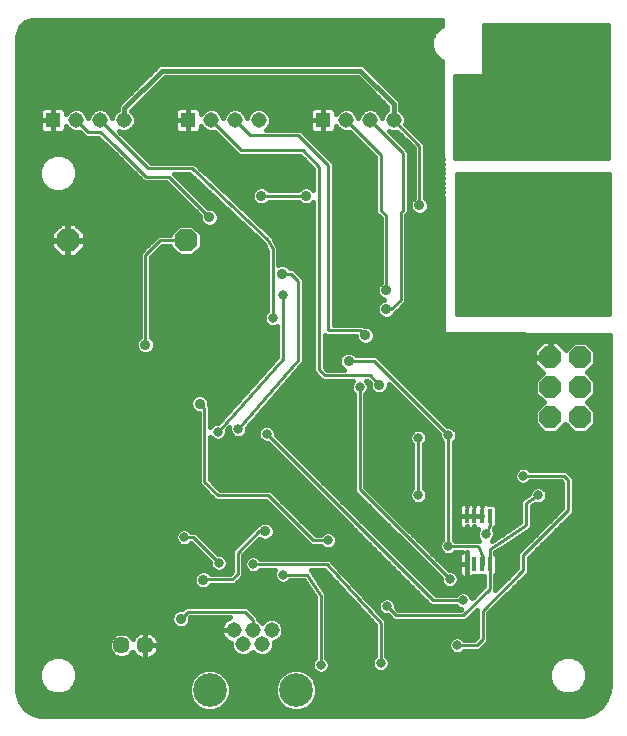
<source format=gbl>
G75*
%MOIN*%
%OFA0B0*%
%FSLAX24Y24*%
%IPPOS*%
%LPD*%
%AMOC8*
5,1,8,0,0,1.08239X$1,22.5*
%
%ADD10C,0.0100*%
%ADD11OC8,0.0760*%
%ADD12OC8,0.0740*%
%ADD13C,0.0515*%
%ADD14C,0.1122*%
%ADD15R,0.0177X0.0512*%
%ADD16R,0.0515X0.0515*%
%ADD17C,0.0570*%
%ADD18C,0.2300*%
%ADD19C,0.0160*%
%ADD20C,0.0317*%
%ADD21C,0.0320*%
%ADD22C,0.0356*%
%ADD23C,0.0157*%
%ADD24C,0.0238*%
D10*
X010924Y008886D02*
X011160Y009122D01*
X013050Y009122D01*
X013318Y008854D01*
X013318Y008508D01*
X012633Y010200D02*
X011687Y010200D01*
X011672Y010185D01*
X012183Y010750D02*
X011333Y011600D01*
X011033Y011600D01*
X012164Y013000D02*
X013833Y013000D01*
X015333Y011500D01*
X015833Y011500D01*
X015783Y010700D02*
X017583Y008750D01*
X017583Y007400D01*
X018083Y009000D02*
X017783Y009300D01*
X018083Y009000D02*
X020333Y009000D01*
X021217Y009884D01*
X021217Y010693D01*
X021217Y011216D01*
X021533Y011400D01*
X022433Y012000D01*
X022433Y012750D01*
X022833Y013000D01*
X022333Y013650D02*
X023683Y013650D01*
X023833Y013500D01*
X023833Y012500D01*
X022333Y011000D01*
X022333Y010500D01*
X020983Y009150D01*
X020983Y008200D01*
X020783Y008000D01*
X020133Y008000D01*
X020333Y009500D02*
X019333Y009500D01*
X013782Y015051D01*
X012833Y015200D02*
X014833Y017500D01*
X014833Y020146D01*
X014597Y020382D01*
X014310Y020382D01*
X013983Y021200D02*
X013983Y018906D01*
X014333Y019663D02*
X014333Y017550D01*
X012155Y015121D01*
X011711Y015894D02*
X011711Y013453D01*
X012164Y013000D01*
X013527Y011804D02*
X013729Y011804D01*
X013527Y011804D02*
X012814Y011091D01*
X012814Y010380D01*
X012633Y010200D01*
X013333Y010700D02*
X015783Y010700D01*
X015133Y010350D02*
X015583Y009650D01*
X015583Y007350D01*
X015133Y010350D02*
X014333Y010350D01*
X016883Y013200D02*
X016883Y016600D01*
X017223Y016996D02*
X017538Y016681D01*
X017223Y016996D02*
X015727Y016996D01*
X015533Y017190D01*
X015533Y023950D01*
X014983Y024500D01*
X012940Y024500D01*
X011940Y025500D01*
X012727Y025500D02*
X013227Y025000D01*
X014833Y025000D01*
X015833Y024000D01*
X015833Y018500D01*
X016900Y018500D01*
X017066Y018335D01*
X017365Y017469D02*
X016514Y017469D01*
X017365Y017469D02*
X019833Y015000D01*
X019833Y011300D01*
X020833Y011300D01*
X020983Y010950D01*
X020983Y010671D01*
X020961Y010693D01*
X021083Y011700D02*
X021217Y012016D01*
X021217Y012307D01*
X018833Y013000D02*
X018833Y014921D01*
X016883Y013200D02*
X019883Y010200D01*
X011711Y015894D02*
X011554Y016051D01*
X009743Y018020D02*
X009743Y021012D01*
X010231Y021500D01*
X011093Y021500D01*
X011869Y022272D02*
X010515Y023625D01*
X009758Y023625D01*
X008740Y024644D01*
X008233Y025100D01*
X007833Y025106D01*
X007440Y025500D01*
X008227Y025500D02*
X008727Y025000D01*
X008833Y024900D01*
X009833Y023900D01*
X011283Y023900D01*
X013833Y021500D01*
X013983Y021200D01*
X013601Y022980D02*
X015097Y022980D01*
X017583Y022500D02*
X017774Y022309D01*
X017774Y019831D01*
X018247Y019516D02*
X017932Y019201D01*
X017774Y019201D01*
X018247Y019516D02*
X018247Y022413D01*
X018333Y022500D01*
X018333Y024394D01*
X017227Y025500D01*
X016440Y025500D02*
X016440Y025494D01*
X017583Y024350D01*
X017583Y022500D01*
X018877Y022665D02*
X018877Y024638D01*
X018014Y025500D01*
X020033Y025496D02*
X025183Y025496D01*
X025183Y025594D02*
X020033Y025594D01*
X020033Y025693D02*
X025183Y025693D01*
X025183Y025791D02*
X020033Y025791D01*
X020033Y025890D02*
X025183Y025890D01*
X025183Y025988D02*
X020033Y025988D01*
X020033Y026087D02*
X025183Y026087D01*
X025183Y026185D02*
X020033Y026185D01*
X020033Y026284D02*
X025183Y026284D01*
X025183Y026382D02*
X020033Y026382D01*
X020033Y026481D02*
X025183Y026481D01*
X025183Y026579D02*
X020033Y026579D01*
X020033Y026678D02*
X025183Y026678D01*
X025183Y026776D02*
X020033Y026776D01*
X020033Y026875D02*
X025183Y026875D01*
X025183Y026973D02*
X020033Y026973D01*
X020033Y027000D02*
X020033Y024200D01*
X025183Y024200D01*
X025183Y028700D01*
X020983Y028700D01*
X020983Y027000D01*
X020033Y027000D01*
X020983Y027072D02*
X025183Y027072D01*
X025183Y027170D02*
X020983Y027170D01*
X020983Y027269D02*
X025183Y027269D01*
X025183Y027367D02*
X020983Y027367D01*
X020983Y027466D02*
X025183Y027466D01*
X025183Y027564D02*
X020983Y027564D01*
X020983Y027663D02*
X025183Y027663D01*
X025183Y027761D02*
X020983Y027761D01*
X020983Y027860D02*
X025183Y027860D01*
X025183Y027958D02*
X020983Y027958D01*
X020983Y028057D02*
X025183Y028057D01*
X025183Y028155D02*
X020983Y028155D01*
X020983Y028254D02*
X025183Y028254D01*
X025183Y028352D02*
X020983Y028352D01*
X020983Y028451D02*
X025183Y028451D01*
X025183Y028549D02*
X020983Y028549D01*
X020983Y028648D02*
X025183Y028648D01*
X025183Y025397D02*
X020033Y025397D01*
X020033Y025299D02*
X025183Y025299D01*
X025183Y025200D02*
X020033Y025200D01*
X020033Y025102D02*
X025183Y025102D01*
X025183Y025003D02*
X020033Y025003D01*
X020033Y024905D02*
X025183Y024905D01*
X025183Y024806D02*
X020033Y024806D01*
X020033Y024708D02*
X025183Y024708D01*
X025183Y024609D02*
X020033Y024609D01*
X020033Y024511D02*
X025183Y024511D01*
X025183Y024412D02*
X020033Y024412D01*
X020033Y024314D02*
X025183Y024314D01*
X025183Y024215D02*
X020033Y024215D01*
X020083Y023750D02*
X020083Y019000D01*
X025233Y019000D01*
X025233Y023750D01*
X020083Y023750D01*
X020083Y023723D02*
X025233Y023723D01*
X025233Y023624D02*
X020083Y023624D01*
X020083Y023526D02*
X025233Y023526D01*
X025233Y023427D02*
X020083Y023427D01*
X020083Y023329D02*
X025233Y023329D01*
X025233Y023230D02*
X020083Y023230D01*
X020083Y023132D02*
X025233Y023132D01*
X025233Y023033D02*
X020083Y023033D01*
X020083Y022935D02*
X025233Y022935D01*
X025233Y022836D02*
X020083Y022836D01*
X020083Y022738D02*
X025233Y022738D01*
X025233Y022639D02*
X020083Y022639D01*
X020083Y022541D02*
X025233Y022541D01*
X025233Y022442D02*
X020083Y022442D01*
X020083Y022344D02*
X025233Y022344D01*
X025233Y022245D02*
X020083Y022245D01*
X020083Y022147D02*
X025233Y022147D01*
X025233Y022048D02*
X020083Y022048D01*
X020083Y021950D02*
X025233Y021950D01*
X025233Y021851D02*
X020083Y021851D01*
X020083Y021753D02*
X025233Y021753D01*
X025233Y021654D02*
X020083Y021654D01*
X020083Y021556D02*
X025233Y021556D01*
X025233Y021457D02*
X020083Y021457D01*
X020083Y021359D02*
X025233Y021359D01*
X025233Y021260D02*
X020083Y021260D01*
X020083Y021162D02*
X025233Y021162D01*
X025233Y021063D02*
X020083Y021063D01*
X020083Y020965D02*
X025233Y020965D01*
X025233Y020866D02*
X020083Y020866D01*
X020083Y020768D02*
X025233Y020768D01*
X025233Y020669D02*
X020083Y020669D01*
X020083Y020571D02*
X025233Y020571D01*
X025233Y020472D02*
X020083Y020472D01*
X020083Y020374D02*
X025233Y020374D01*
X025233Y020275D02*
X020083Y020275D01*
X020083Y020177D02*
X025233Y020177D01*
X025233Y020078D02*
X020083Y020078D01*
X020083Y019980D02*
X025233Y019980D01*
X025233Y019881D02*
X020083Y019881D01*
X020083Y019783D02*
X025233Y019783D01*
X025233Y019684D02*
X020083Y019684D01*
X020083Y019586D02*
X025233Y019586D01*
X025233Y019487D02*
X020083Y019487D01*
X020083Y019389D02*
X025233Y019389D01*
X025233Y019290D02*
X020083Y019290D01*
X020083Y019192D02*
X025233Y019192D01*
X025233Y019093D02*
X020083Y019093D01*
D11*
X011093Y021500D03*
X007156Y021500D03*
D12*
X023233Y017600D03*
X023233Y016600D03*
X023233Y015600D03*
X024233Y015600D03*
X024233Y016600D03*
X024233Y017600D03*
D13*
X018014Y025500D03*
X017227Y025500D03*
X016440Y025500D03*
X013514Y025500D03*
X012727Y025500D03*
X011940Y025500D03*
X009014Y025500D03*
X008227Y025500D03*
X007440Y025500D03*
X012688Y008508D03*
X013003Y008035D03*
X013318Y008508D03*
X013633Y008035D03*
X013948Y008508D03*
D14*
X014755Y006500D03*
X011881Y006500D03*
D15*
X020449Y010693D03*
X020705Y010693D03*
X020961Y010693D03*
X021217Y010693D03*
X021217Y012307D03*
X020961Y012307D03*
X020705Y012307D03*
X020449Y012307D03*
D16*
X015652Y025500D03*
X011152Y025500D03*
X006652Y025500D03*
D17*
X008940Y008000D03*
X009727Y008000D03*
D18*
X023333Y021000D03*
X023333Y027000D03*
D19*
X005943Y005734D02*
X005725Y005892D01*
X005567Y006110D01*
X005484Y006365D01*
X005473Y006500D01*
X005473Y028292D01*
X005484Y028402D01*
X005568Y028605D01*
X005724Y028761D01*
X005928Y028845D01*
X006038Y028856D01*
X019624Y028856D01*
X019625Y028641D01*
X005604Y028641D01*
X005518Y028483D02*
X019423Y028483D01*
X019370Y028429D02*
X019272Y028194D01*
X019272Y027940D01*
X019370Y027704D01*
X019550Y027524D01*
X019630Y027491D01*
X019673Y018379D01*
X025213Y018351D01*
X025213Y006636D01*
X025201Y006480D01*
X025105Y006184D01*
X024922Y005932D01*
X024670Y005749D01*
X024373Y005652D01*
X024217Y005640D01*
X006333Y005640D01*
X006199Y005651D01*
X005943Y005734D01*
X005828Y005817D02*
X011698Y005817D01*
X011741Y005799D02*
X011483Y005906D01*
X011286Y006103D01*
X011180Y006361D01*
X011180Y006639D01*
X011286Y006897D01*
X011483Y007094D01*
X011741Y007201D01*
X012020Y007201D01*
X012278Y007094D01*
X012475Y006897D01*
X012582Y006639D01*
X012582Y006361D01*
X012475Y006103D01*
X012278Y005906D01*
X012020Y005799D01*
X011741Y005799D01*
X012064Y005817D02*
X014572Y005817D01*
X014615Y005799D02*
X014357Y005906D01*
X014160Y006103D01*
X014054Y006361D01*
X014054Y006639D01*
X014160Y006897D01*
X014357Y007094D01*
X014615Y007201D01*
X014894Y007201D01*
X015152Y007094D01*
X015349Y006897D01*
X015456Y006639D01*
X015456Y006361D01*
X015349Y006103D01*
X015152Y005906D01*
X014894Y005799D01*
X014615Y005799D01*
X014938Y005817D02*
X024764Y005817D01*
X024953Y005976D02*
X015221Y005976D01*
X015362Y006134D02*
X025069Y006134D01*
X025140Y006293D02*
X015427Y006293D01*
X015456Y006451D02*
X023486Y006451D01*
X023471Y006457D02*
X023706Y006360D01*
X023961Y006360D01*
X024196Y006457D01*
X024376Y006637D01*
X024473Y006873D01*
X024473Y007127D01*
X024376Y007363D01*
X024196Y007543D01*
X023961Y007640D01*
X023706Y007640D01*
X023471Y007543D01*
X023291Y007363D01*
X023193Y007127D01*
X023193Y006873D01*
X023291Y006637D01*
X023471Y006457D01*
X023319Y006610D02*
X015456Y006610D01*
X015402Y006768D02*
X023237Y006768D01*
X023193Y006927D02*
X015319Y006927D01*
X015413Y007096D02*
X015524Y007050D01*
X015643Y007050D01*
X015753Y007096D01*
X015838Y007180D01*
X015883Y007290D01*
X015883Y007410D01*
X015838Y007520D01*
X015773Y007584D01*
X015773Y009630D01*
X015786Y009687D01*
X015773Y009706D01*
X015773Y009729D01*
X015732Y009770D01*
X015323Y010406D01*
X015323Y010429D01*
X015282Y010470D01*
X015256Y010510D01*
X015700Y010510D01*
X017393Y008676D01*
X017393Y007634D01*
X017329Y007570D01*
X017283Y007460D01*
X017283Y007340D01*
X017329Y007230D01*
X017413Y007146D01*
X017524Y007100D01*
X017643Y007100D01*
X017753Y007146D01*
X017838Y007230D01*
X017883Y007340D01*
X017883Y007460D01*
X017838Y007570D01*
X017773Y007634D01*
X017773Y008746D01*
X017776Y008821D01*
X017773Y008824D01*
X017773Y008829D01*
X017720Y008882D01*
X015973Y010774D01*
X015973Y010779D01*
X015920Y010832D01*
X015870Y010887D01*
X015865Y010887D01*
X015862Y010890D01*
X015787Y010890D01*
X015712Y010893D01*
X015709Y010890D01*
X013568Y010890D01*
X013503Y010954D01*
X013393Y011000D01*
X013274Y011000D01*
X013163Y010954D01*
X013079Y010870D01*
X013033Y010760D01*
X013033Y010640D01*
X013079Y010530D01*
X013163Y010446D01*
X013274Y010400D01*
X013393Y010400D01*
X013503Y010446D01*
X013568Y010510D01*
X014075Y010510D01*
X014033Y010410D01*
X014033Y010290D01*
X014079Y010180D01*
X014163Y010096D01*
X014274Y010050D01*
X014393Y010050D01*
X014503Y010096D01*
X014568Y010160D01*
X015030Y010160D01*
X015393Y009594D01*
X015393Y007584D01*
X015329Y007520D01*
X015283Y007410D01*
X015283Y007290D01*
X015329Y007180D01*
X015413Y007096D01*
X015439Y007085D02*
X015161Y007085D01*
X015303Y007244D02*
X007425Y007244D01*
X007473Y007127D02*
X007376Y007363D01*
X007196Y007543D01*
X006961Y007640D01*
X006706Y007640D01*
X006471Y007543D01*
X006291Y007363D01*
X006193Y007127D01*
X006193Y006873D01*
X006291Y006637D01*
X006471Y006457D01*
X006706Y006360D01*
X006961Y006360D01*
X007196Y006457D01*
X007376Y006637D01*
X007473Y006873D01*
X007473Y007127D01*
X007473Y007085D02*
X011474Y007085D01*
X011316Y006927D02*
X007473Y006927D01*
X007430Y006768D02*
X011233Y006768D01*
X011180Y006610D02*
X007348Y006610D01*
X007180Y006451D02*
X011180Y006451D01*
X011208Y006293D02*
X005508Y006293D01*
X005477Y006451D02*
X006486Y006451D01*
X006319Y006610D02*
X005473Y006610D01*
X005473Y006768D02*
X006237Y006768D01*
X006193Y006927D02*
X005473Y006927D01*
X005473Y007085D02*
X006193Y007085D01*
X006241Y007244D02*
X005473Y007244D01*
X005473Y007402D02*
X006330Y007402D01*
X006514Y007561D02*
X005473Y007561D01*
X005473Y007719D02*
X008620Y007719D01*
X008579Y007759D02*
X008699Y007640D01*
X008855Y007575D01*
X009024Y007575D01*
X009180Y007640D01*
X009300Y007759D01*
X009312Y007789D01*
X009329Y007756D01*
X009372Y007697D01*
X009424Y007645D01*
X009483Y007602D01*
X009549Y007569D01*
X009618Y007546D01*
X009690Y007535D01*
X009727Y007535D01*
X009727Y008000D01*
X009727Y008000D01*
X009727Y008465D01*
X009690Y008465D01*
X009618Y008454D01*
X009549Y008431D01*
X009483Y008398D01*
X009424Y008355D01*
X009372Y008303D01*
X009329Y008244D01*
X009312Y008211D01*
X009300Y008241D01*
X009180Y008360D01*
X009024Y008425D01*
X008855Y008425D01*
X008699Y008360D01*
X008579Y008241D01*
X008515Y008085D01*
X008515Y007915D01*
X008579Y007759D01*
X008530Y007878D02*
X005473Y007878D01*
X005473Y008036D02*
X008515Y008036D01*
X008560Y008195D02*
X005473Y008195D01*
X005473Y008353D02*
X008692Y008353D01*
X009188Y008353D02*
X009422Y008353D01*
X009727Y008353D02*
X009727Y008353D01*
X009727Y008465D02*
X009727Y008000D01*
X009727Y008000D01*
X009727Y007535D01*
X009764Y007535D01*
X009836Y007546D01*
X009906Y007569D01*
X009971Y007602D01*
X010030Y007645D01*
X010082Y007697D01*
X010125Y007756D01*
X010158Y007822D01*
X010181Y007891D01*
X010192Y007963D01*
X010192Y008000D01*
X010192Y008037D01*
X010181Y008109D01*
X010158Y008178D01*
X010125Y008244D01*
X010082Y008303D01*
X010030Y008355D01*
X009971Y008398D01*
X009906Y008431D01*
X009836Y008454D01*
X009764Y008465D01*
X009727Y008465D01*
X009727Y008195D02*
X009727Y008195D01*
X009727Y008036D02*
X009727Y008036D01*
X009727Y008000D02*
X010192Y008000D01*
X009727Y008000D01*
X009727Y008000D01*
X009727Y007878D02*
X009727Y007878D01*
X009727Y007719D02*
X009727Y007719D01*
X009727Y007561D02*
X009727Y007561D01*
X009575Y007561D02*
X007153Y007561D01*
X007336Y007402D02*
X015283Y007402D01*
X015370Y007561D02*
X009879Y007561D01*
X010098Y007719D02*
X012757Y007719D01*
X012777Y007698D02*
X012924Y007638D01*
X013082Y007638D01*
X013228Y007698D01*
X013318Y007788D01*
X013407Y007698D01*
X013553Y007638D01*
X013712Y007638D01*
X013858Y007698D01*
X013970Y007810D01*
X014030Y007956D01*
X014030Y008112D01*
X014173Y008171D01*
X014284Y008283D01*
X014345Y008429D01*
X014345Y008587D01*
X014284Y008733D01*
X014173Y008845D01*
X014027Y008905D01*
X013868Y008905D01*
X013722Y008845D01*
X013633Y008755D01*
X013543Y008845D01*
X013508Y008859D01*
X013508Y008933D01*
X013396Y009044D01*
X013129Y009312D01*
X011081Y009312D01*
X010973Y009204D01*
X010861Y009204D01*
X010744Y009156D01*
X010654Y009066D01*
X010606Y008949D01*
X010606Y008823D01*
X010654Y008706D01*
X010744Y008616D01*
X010861Y008568D01*
X010987Y008568D01*
X011104Y008616D01*
X011194Y008706D01*
X011242Y008823D01*
X011242Y008932D01*
X012577Y008932D01*
X012520Y008913D01*
X012458Y008882D01*
X012403Y008842D01*
X012354Y008793D01*
X012313Y008737D01*
X012282Y008676D01*
X012261Y008610D01*
X012250Y008542D01*
X012250Y008508D01*
X012688Y008508D01*
X012688Y008508D01*
X012250Y008508D01*
X012250Y008473D01*
X012261Y008405D01*
X012282Y008340D01*
X012313Y008279D01*
X012354Y008223D01*
X012403Y008174D01*
X012458Y008134D01*
X012520Y008102D01*
X012585Y008081D01*
X012605Y008078D01*
X012605Y007956D01*
X012666Y007810D01*
X012777Y007698D01*
X012638Y007878D02*
X010176Y007878D01*
X010192Y008036D02*
X012605Y008036D01*
X012382Y008195D02*
X010150Y008195D01*
X010032Y008353D02*
X012278Y008353D01*
X012250Y008512D02*
X005473Y008512D01*
X005473Y008670D02*
X010690Y008670D01*
X010606Y008829D02*
X005473Y008829D01*
X005473Y008987D02*
X010621Y008987D01*
X010734Y009146D02*
X005473Y009146D01*
X005473Y009304D02*
X011073Y009304D01*
X011242Y008829D02*
X012390Y008829D01*
X012280Y008670D02*
X011158Y008670D01*
X011609Y009867D02*
X011735Y009867D01*
X011852Y009915D01*
X011942Y010005D01*
X011944Y010010D01*
X012712Y010010D01*
X012892Y010190D01*
X013004Y010302D01*
X013004Y011012D01*
X013538Y011546D01*
X013549Y011535D01*
X013666Y011486D01*
X013792Y011486D01*
X013909Y011535D01*
X013999Y011624D01*
X014047Y011741D01*
X014047Y011868D01*
X013999Y011985D01*
X013909Y012074D01*
X013792Y012122D01*
X013666Y012122D01*
X013549Y012074D01*
X013469Y011994D01*
X013449Y011994D01*
X013337Y011883D01*
X012624Y011169D01*
X012624Y010459D01*
X012555Y010390D01*
X011917Y010390D01*
X011852Y010455D01*
X011735Y010503D01*
X011609Y010503D01*
X011492Y010455D01*
X011402Y010365D01*
X011354Y010248D01*
X011354Y010122D01*
X011402Y010005D01*
X011492Y009915D01*
X011609Y009867D01*
X011469Y009938D02*
X005473Y009938D01*
X005473Y009780D02*
X015274Y009780D01*
X015172Y009938D02*
X011875Y009938D01*
X011893Y010414D02*
X012578Y010414D01*
X012624Y010572D02*
X012430Y010572D01*
X012438Y010580D02*
X012483Y010690D01*
X012483Y010810D01*
X012438Y010920D01*
X012353Y011004D01*
X012243Y011050D01*
X012152Y011050D01*
X011412Y011790D01*
X011268Y011790D01*
X011203Y011854D01*
X011093Y011900D01*
X010974Y011900D01*
X010863Y011854D01*
X010779Y011770D01*
X010733Y011660D01*
X010733Y011540D01*
X010779Y011430D01*
X010863Y011346D01*
X010974Y011300D01*
X011093Y011300D01*
X011203Y011346D01*
X011261Y011404D01*
X011883Y010781D01*
X011883Y010690D01*
X011929Y010580D01*
X012013Y010496D01*
X012124Y010450D01*
X012243Y010450D01*
X012353Y010496D01*
X012438Y010580D01*
X012483Y010731D02*
X012624Y010731D01*
X012624Y010889D02*
X012450Y010889D01*
X012624Y011048D02*
X012249Y011048D01*
X011996Y011206D02*
X012660Y011206D01*
X012819Y011365D02*
X011838Y011365D01*
X011679Y011523D02*
X012977Y011523D01*
X013136Y011682D02*
X011521Y011682D01*
X011218Y011840D02*
X013294Y011840D01*
X013473Y011999D02*
X005473Y011999D01*
X005473Y012157D02*
X014408Y012157D01*
X014566Y011999D02*
X013985Y011999D01*
X014047Y011840D02*
X014725Y011840D01*
X014883Y011682D02*
X014022Y011682D01*
X013881Y011523D02*
X015042Y011523D01*
X015200Y011365D02*
X013356Y011365D01*
X013515Y011523D02*
X013577Y011523D01*
X013198Y011206D02*
X015759Y011206D01*
X015774Y011200D02*
X015893Y011200D01*
X016003Y011246D01*
X016088Y011330D01*
X016133Y011440D01*
X016133Y011560D01*
X016088Y011670D01*
X016003Y011754D01*
X015893Y011800D01*
X015774Y011800D01*
X015663Y011754D01*
X015599Y011690D01*
X015412Y011690D01*
X014023Y013079D01*
X013912Y013190D01*
X012243Y013190D01*
X011901Y013531D01*
X011901Y014950D01*
X011985Y014867D01*
X012095Y014821D01*
X012214Y014821D01*
X012325Y014867D01*
X012409Y014951D01*
X012455Y015062D01*
X012455Y015171D01*
X012533Y015259D01*
X012533Y015140D01*
X012579Y015030D01*
X012663Y014946D01*
X012774Y014900D01*
X012893Y014900D01*
X013003Y014946D01*
X013088Y015030D01*
X013133Y015140D01*
X013133Y015255D01*
X014972Y017370D01*
X015023Y017421D01*
X015023Y017429D01*
X015028Y017435D01*
X015023Y017507D01*
X015023Y020224D01*
X014676Y020572D01*
X014570Y020572D01*
X014490Y020652D01*
X014373Y020700D01*
X014246Y020700D01*
X014173Y020670D01*
X014173Y021169D01*
X014188Y021215D01*
X014173Y021245D01*
X014173Y021279D01*
X014139Y021313D01*
X014022Y021548D01*
X014021Y021584D01*
X013988Y021615D01*
X013968Y021655D01*
X013933Y021667D01*
X015343Y021667D01*
X015343Y021509D02*
X014041Y021509D01*
X014121Y021350D02*
X015343Y021350D01*
X015343Y021192D02*
X014181Y021192D01*
X014173Y021033D02*
X015343Y021033D01*
X015343Y020875D02*
X014173Y020875D01*
X014173Y020716D02*
X015343Y020716D01*
X015343Y020558D02*
X014690Y020558D01*
X014849Y020399D02*
X015343Y020399D01*
X015343Y020241D02*
X015007Y020241D01*
X015023Y020082D02*
X015343Y020082D01*
X015343Y019924D02*
X015023Y019924D01*
X015023Y019765D02*
X015343Y019765D01*
X015343Y019607D02*
X015023Y019607D01*
X015023Y019448D02*
X015343Y019448D01*
X015343Y019290D02*
X015023Y019290D01*
X015023Y019131D02*
X015343Y019131D01*
X015343Y018973D02*
X015023Y018973D01*
X015023Y018814D02*
X015343Y018814D01*
X015343Y018656D02*
X015023Y018656D01*
X015023Y018497D02*
X015343Y018497D01*
X015343Y018339D02*
X015023Y018339D01*
X015023Y018180D02*
X015343Y018180D01*
X015343Y018022D02*
X015023Y018022D01*
X015023Y017863D02*
X015343Y017863D01*
X015343Y017705D02*
X015023Y017705D01*
X015023Y017546D02*
X015343Y017546D01*
X015343Y017388D02*
X014990Y017388D01*
X014849Y017229D02*
X015343Y017229D01*
X015343Y017111D02*
X015537Y016917D01*
X015648Y016806D01*
X016665Y016806D01*
X016629Y016770D01*
X016583Y016660D01*
X016583Y016540D01*
X016629Y016430D01*
X016693Y016366D01*
X016693Y013121D01*
X016805Y013010D01*
X019583Y010231D01*
X019583Y010140D01*
X019629Y010030D01*
X019713Y009946D01*
X019824Y009900D01*
X019943Y009900D01*
X020053Y009946D01*
X020138Y010030D01*
X020183Y010140D01*
X020183Y010260D01*
X020138Y010370D01*
X020053Y010454D01*
X019943Y010500D01*
X019852Y010500D01*
X017073Y013279D01*
X017073Y016366D01*
X017138Y016430D01*
X017183Y016540D01*
X017183Y016660D01*
X017138Y016770D01*
X017102Y016806D01*
X017144Y016806D01*
X017220Y016731D01*
X017220Y016618D01*
X017268Y016501D01*
X017358Y016411D01*
X017475Y016363D01*
X017601Y016363D01*
X017718Y016411D01*
X017808Y016501D01*
X017856Y016618D01*
X017856Y016708D01*
X019533Y015031D01*
X019533Y014940D01*
X019579Y014830D01*
X019643Y014766D01*
X019643Y011534D01*
X019579Y011470D01*
X019533Y011360D01*
X019533Y011240D01*
X019579Y011130D01*
X019663Y011046D01*
X019774Y011000D01*
X019893Y011000D01*
X020003Y011046D01*
X020068Y011110D01*
X020280Y011110D01*
X020250Y011093D01*
X020217Y011059D01*
X020193Y011018D01*
X020181Y010973D01*
X020181Y010693D01*
X020449Y010693D01*
X020449Y010693D01*
X020181Y010693D01*
X020181Y010413D01*
X020193Y010368D01*
X020217Y010326D01*
X020250Y010293D01*
X020291Y010269D01*
X020337Y010257D01*
X020449Y010257D01*
X020449Y010693D01*
X020449Y011110D01*
X020449Y011110D01*
X020449Y010693D01*
X020449Y010693D01*
X020449Y010693D01*
X020449Y010257D01*
X020562Y010257D01*
X020608Y010269D01*
X020649Y010293D01*
X020653Y010297D01*
X021027Y010297D01*
X021027Y009963D01*
X020631Y009566D01*
X020588Y009670D01*
X020503Y009754D01*
X020393Y009800D01*
X020274Y009800D01*
X020163Y009754D01*
X020099Y009690D01*
X019412Y009690D01*
X014082Y015020D01*
X014082Y015111D01*
X014036Y015221D01*
X013952Y015306D01*
X013842Y015351D01*
X013722Y015351D01*
X013612Y015306D01*
X013528Y015221D01*
X013482Y015111D01*
X013482Y014992D01*
X013528Y014881D01*
X013612Y014797D01*
X013722Y014751D01*
X013813Y014751D01*
X019143Y009421D01*
X019255Y009310D01*
X020099Y009310D01*
X020163Y009246D01*
X020267Y009203D01*
X020255Y009190D01*
X018162Y009190D01*
X018083Y009269D01*
X018083Y009360D01*
X018038Y009470D01*
X017953Y009554D01*
X017843Y009600D01*
X017724Y009600D01*
X017613Y009554D01*
X017529Y009470D01*
X017483Y009360D01*
X017483Y009240D01*
X017529Y009130D01*
X017613Y009046D01*
X017724Y009000D01*
X017815Y009000D01*
X018005Y008810D01*
X020412Y008810D01*
X020523Y008921D01*
X020793Y009191D01*
X020793Y008279D01*
X020705Y008190D01*
X020368Y008190D01*
X020303Y008254D01*
X020193Y008300D01*
X020074Y008300D01*
X019963Y008254D01*
X019879Y008170D01*
X019833Y008060D01*
X019833Y007940D01*
X019879Y007830D01*
X019963Y007746D01*
X020074Y007700D01*
X020193Y007700D01*
X020303Y007746D01*
X020368Y007810D01*
X020862Y007810D01*
X021062Y008010D01*
X021173Y008121D01*
X021173Y009071D01*
X022412Y010310D01*
X022523Y010421D01*
X022523Y010921D01*
X023912Y012310D01*
X024023Y012421D01*
X024023Y013579D01*
X023873Y013729D01*
X023762Y013840D01*
X022568Y013840D01*
X022503Y013904D01*
X022393Y013950D01*
X022274Y013950D01*
X022163Y013904D01*
X022079Y013820D01*
X022033Y013710D01*
X022033Y013590D01*
X022079Y013480D01*
X022163Y013396D01*
X022274Y013350D01*
X022393Y013350D01*
X022503Y013396D01*
X022568Y013460D01*
X023605Y013460D01*
X023643Y013421D01*
X023643Y012579D01*
X022143Y011079D01*
X022143Y010579D01*
X021407Y009843D01*
X021407Y010340D01*
X021446Y010379D01*
X021446Y011007D01*
X021407Y011045D01*
X021407Y011107D01*
X021567Y011200D01*
X021573Y011198D01*
X021634Y011239D01*
X021697Y011275D01*
X021699Y011282D01*
X022491Y011810D01*
X022512Y011810D01*
X022554Y011852D01*
X022604Y011886D01*
X022608Y011906D01*
X022623Y011921D01*
X022623Y011981D01*
X022635Y012040D01*
X022623Y012058D01*
X022623Y012645D01*
X022736Y012715D01*
X022774Y012700D01*
X022893Y012700D01*
X023003Y012746D01*
X023088Y012830D01*
X023133Y012940D01*
X023133Y013060D01*
X023088Y013170D01*
X023003Y013254D01*
X022893Y013300D01*
X022774Y013300D01*
X022663Y013254D01*
X022579Y013170D01*
X022533Y013060D01*
X022533Y013037D01*
X022379Y012940D01*
X022355Y012940D01*
X022314Y012900D01*
X022266Y012869D01*
X022260Y012846D01*
X022243Y012829D01*
X022243Y012772D01*
X022231Y012716D01*
X022243Y012696D01*
X022243Y012102D01*
X021433Y011561D01*
X021280Y011473D01*
X021338Y011530D01*
X021383Y011640D01*
X021383Y011760D01*
X021350Y011841D01*
X021378Y011908D01*
X021407Y011937D01*
X021407Y011955D01*
X021446Y011993D01*
X021446Y012621D01*
X021364Y012703D01*
X021164Y012703D01*
X021160Y012707D01*
X021119Y012731D01*
X021074Y012743D01*
X020961Y012743D01*
X020849Y012743D01*
X020833Y012739D01*
X020818Y012743D01*
X020705Y012743D01*
X020593Y012743D01*
X020577Y012739D01*
X020562Y012743D01*
X020449Y012743D01*
X020337Y012743D01*
X020291Y012731D01*
X020250Y012707D01*
X020217Y012674D01*
X020193Y012632D01*
X020181Y012587D01*
X020181Y012307D01*
X020181Y012027D01*
X020193Y011982D01*
X020217Y011941D01*
X020250Y011907D01*
X020291Y011883D01*
X020337Y011871D01*
X020449Y011871D01*
X020449Y011981D01*
X020449Y011981D01*
X020449Y011871D01*
X020562Y011871D01*
X020577Y011875D01*
X020593Y011871D01*
X020705Y011871D01*
X020705Y011981D01*
X020705Y011981D01*
X020705Y011981D01*
X020705Y011871D01*
X020818Y011871D01*
X020833Y011875D01*
X020834Y011875D01*
X020829Y011870D01*
X020783Y011760D01*
X020783Y011640D01*
X020829Y011530D01*
X020869Y011491D01*
X020831Y011506D01*
X020794Y011490D01*
X020068Y011490D01*
X020023Y011534D01*
X020023Y014766D01*
X020088Y014830D01*
X020133Y014940D01*
X020133Y015060D01*
X020088Y015170D01*
X020003Y015254D01*
X019893Y015300D01*
X019802Y015300D01*
X017444Y017659D01*
X016774Y017659D01*
X016695Y017738D01*
X016578Y017787D01*
X016451Y017787D01*
X016334Y017738D01*
X016245Y017649D01*
X016196Y017532D01*
X016196Y017405D01*
X016245Y017288D01*
X016334Y017199D01*
X016365Y017186D01*
X015806Y017186D01*
X015723Y017268D01*
X015723Y018341D01*
X015755Y018310D01*
X016748Y018310D01*
X016748Y018271D01*
X016796Y018154D01*
X016885Y018065D01*
X017002Y018017D01*
X017129Y018017D01*
X017246Y018065D01*
X017335Y018154D01*
X017384Y018271D01*
X017384Y018398D01*
X017335Y018515D01*
X017246Y018604D01*
X017129Y018653D01*
X017016Y018653D01*
X016979Y018690D01*
X016023Y018690D01*
X016023Y024079D01*
X015912Y024190D01*
X014912Y025190D01*
X013767Y025190D01*
X013851Y025275D01*
X013912Y025421D01*
X013912Y025579D01*
X013851Y025725D01*
X013740Y025837D01*
X013593Y025897D01*
X013435Y025897D01*
X013289Y025837D01*
X013177Y025725D01*
X013121Y025588D01*
X013064Y025725D01*
X012952Y025837D01*
X012806Y025897D01*
X012648Y025897D01*
X012502Y025837D01*
X012390Y025725D01*
X012333Y025588D01*
X012277Y025725D01*
X012165Y025837D01*
X012019Y025897D01*
X011861Y025897D01*
X011714Y025837D01*
X011603Y025725D01*
X011590Y025694D01*
X011590Y025781D01*
X011577Y025827D01*
X011554Y025868D01*
X011520Y025902D01*
X011479Y025925D01*
X011433Y025937D01*
X011152Y025937D01*
X010871Y025937D01*
X010825Y025925D01*
X010784Y025902D01*
X010751Y025868D01*
X010727Y025827D01*
X010715Y025781D01*
X010715Y025500D01*
X010715Y025219D01*
X010727Y025173D01*
X010751Y025132D01*
X010784Y025098D01*
X010825Y025075D01*
X010871Y025063D01*
X011152Y025063D01*
X011152Y025500D01*
X010715Y025500D01*
X011152Y025500D01*
X011152Y025500D01*
X011152Y025500D01*
X011152Y025937D01*
X011152Y025500D01*
X011152Y025500D01*
X011152Y025063D01*
X011433Y025063D01*
X011479Y025075D01*
X011520Y025098D01*
X011554Y025132D01*
X011577Y025173D01*
X011590Y025219D01*
X011590Y025306D01*
X011603Y025275D01*
X011714Y025163D01*
X011861Y025103D01*
X012019Y025103D01*
X012054Y025117D01*
X012750Y024421D01*
X012861Y024310D01*
X014905Y024310D01*
X015343Y023871D01*
X015343Y023184D01*
X015277Y023250D01*
X015160Y023298D01*
X015034Y023298D01*
X014917Y023250D01*
X014837Y023170D01*
X013861Y023170D01*
X013781Y023250D01*
X013664Y023298D01*
X013538Y023298D01*
X013421Y023250D01*
X013331Y023161D01*
X013283Y023044D01*
X013283Y022917D01*
X013331Y022800D01*
X013421Y022711D01*
X013538Y022662D01*
X013664Y022662D01*
X013781Y022711D01*
X013861Y022790D01*
X014837Y022790D01*
X014917Y022711D01*
X015034Y022662D01*
X015160Y022662D01*
X015277Y022711D01*
X015343Y022777D01*
X015343Y017111D01*
X015384Y017071D02*
X014712Y017071D01*
X014574Y016912D02*
X015542Y016912D01*
X015763Y017229D02*
X016304Y017229D01*
X016204Y017388D02*
X015723Y017388D01*
X015723Y017546D02*
X016202Y017546D01*
X016301Y017705D02*
X015723Y017705D01*
X015723Y017863D02*
X022719Y017863D01*
X022683Y017828D02*
X022683Y017620D01*
X023213Y017620D01*
X023213Y017580D01*
X022683Y017580D01*
X022683Y017372D01*
X022984Y017072D01*
X022723Y016811D01*
X022723Y016389D01*
X023012Y016100D01*
X022723Y015811D01*
X022723Y015389D01*
X023022Y015090D01*
X023445Y015090D01*
X023733Y015379D01*
X024022Y015090D01*
X024445Y015090D01*
X024743Y015389D01*
X024743Y015811D01*
X024455Y016100D01*
X024743Y016389D01*
X024743Y016811D01*
X024455Y017100D01*
X024743Y017389D01*
X024743Y017811D01*
X024445Y018110D01*
X024022Y018110D01*
X023762Y017850D01*
X023461Y018150D01*
X023253Y018150D01*
X023253Y017620D01*
X023213Y017620D01*
X023213Y018150D01*
X023006Y018150D01*
X022683Y017828D01*
X022683Y017705D02*
X016728Y017705D01*
X016990Y018022D02*
X015723Y018022D01*
X015723Y018180D02*
X016785Y018180D01*
X017141Y018022D02*
X022877Y018022D01*
X023213Y018022D02*
X023253Y018022D01*
X023253Y017863D02*
X023213Y017863D01*
X023213Y017705D02*
X023253Y017705D01*
X023590Y018022D02*
X023934Y018022D01*
X023775Y017863D02*
X023748Y017863D01*
X024533Y018022D02*
X025213Y018022D01*
X025213Y018180D02*
X017346Y018180D01*
X017384Y018339D02*
X025213Y018339D01*
X025213Y017863D02*
X024692Y017863D01*
X024743Y017705D02*
X025213Y017705D01*
X025213Y017546D02*
X024743Y017546D01*
X024742Y017388D02*
X025213Y017388D01*
X025213Y017229D02*
X024584Y017229D01*
X024484Y017071D02*
X025213Y017071D01*
X025213Y016912D02*
X024643Y016912D01*
X024743Y016754D02*
X025213Y016754D01*
X025213Y016595D02*
X024743Y016595D01*
X024743Y016437D02*
X025213Y016437D01*
X025213Y016278D02*
X024633Y016278D01*
X024474Y016120D02*
X025213Y016120D01*
X025213Y015961D02*
X024594Y015961D01*
X024743Y015803D02*
X025213Y015803D01*
X025213Y015644D02*
X024743Y015644D01*
X024743Y015486D02*
X025213Y015486D01*
X025213Y015327D02*
X024682Y015327D01*
X024523Y015169D02*
X025213Y015169D01*
X025213Y015010D02*
X020133Y015010D01*
X020097Y014852D02*
X025213Y014852D01*
X025213Y014693D02*
X020023Y014693D01*
X020023Y014535D02*
X025213Y014535D01*
X025213Y014376D02*
X020023Y014376D01*
X020023Y014218D02*
X025213Y014218D01*
X025213Y014059D02*
X020023Y014059D01*
X020023Y013901D02*
X022160Y013901D01*
X022047Y013742D02*
X020023Y013742D01*
X020023Y013584D02*
X022036Y013584D01*
X022134Y013425D02*
X020023Y013425D01*
X020023Y013267D02*
X022693Y013267D01*
X022553Y013108D02*
X020023Y013108D01*
X020023Y012950D02*
X022394Y012950D01*
X022243Y012791D02*
X020023Y012791D01*
X020023Y012633D02*
X020193Y012633D01*
X020181Y012474D02*
X020023Y012474D01*
X020023Y012316D02*
X020181Y012316D01*
X020181Y012307D02*
X020449Y012307D01*
X020181Y012307D01*
X020181Y012157D02*
X020023Y012157D01*
X020023Y011999D02*
X020189Y011999D01*
X020023Y011840D02*
X020817Y011840D01*
X020783Y011682D02*
X020023Y011682D01*
X020035Y011523D02*
X020836Y011523D01*
X020449Y011048D02*
X020449Y011048D01*
X020449Y010889D02*
X020449Y010889D01*
X020449Y010731D02*
X020449Y010731D01*
X020449Y010693D02*
X020477Y010693D01*
X020477Y010693D01*
X020449Y010693D01*
X020449Y010693D01*
X020449Y010572D02*
X020449Y010572D01*
X020449Y010414D02*
X020449Y010414D01*
X020181Y010414D02*
X020094Y010414D01*
X020181Y010572D02*
X019780Y010572D01*
X019622Y010731D02*
X020181Y010731D01*
X020181Y010889D02*
X019463Y010889D01*
X019305Y011048D02*
X019662Y011048D01*
X019548Y011206D02*
X019146Y011206D01*
X018988Y011365D02*
X019535Y011365D01*
X019632Y011523D02*
X018829Y011523D01*
X018671Y011682D02*
X019643Y011682D01*
X019643Y011840D02*
X018512Y011840D01*
X018354Y011999D02*
X019643Y011999D01*
X019643Y012157D02*
X018195Y012157D01*
X018037Y012316D02*
X019643Y012316D01*
X019643Y012474D02*
X017878Y012474D01*
X017720Y012633D02*
X019643Y012633D01*
X019643Y012791D02*
X019049Y012791D01*
X019088Y012830D02*
X019133Y012940D01*
X019133Y013060D01*
X019088Y013170D01*
X019023Y013234D01*
X019023Y014687D01*
X019088Y014751D01*
X019133Y014862D01*
X019133Y014981D01*
X019088Y015091D01*
X019003Y015176D01*
X018893Y015221D01*
X018774Y015221D01*
X018663Y015176D01*
X018579Y015091D01*
X018533Y014981D01*
X018533Y014862D01*
X018579Y014751D01*
X018643Y014687D01*
X018643Y013234D01*
X018579Y013170D01*
X018533Y013060D01*
X018533Y012940D01*
X018579Y012830D01*
X018663Y012746D01*
X018774Y012700D01*
X018893Y012700D01*
X019003Y012746D01*
X019088Y012830D01*
X019133Y012950D02*
X019643Y012950D01*
X019643Y013108D02*
X019113Y013108D01*
X019023Y013267D02*
X019643Y013267D01*
X019643Y013425D02*
X019023Y013425D01*
X019023Y013584D02*
X019643Y013584D01*
X019643Y013742D02*
X019023Y013742D01*
X019023Y013901D02*
X019643Y013901D01*
X019643Y014059D02*
X019023Y014059D01*
X019023Y014218D02*
X019643Y014218D01*
X019643Y014376D02*
X019023Y014376D01*
X019023Y014535D02*
X019643Y014535D01*
X019643Y014693D02*
X019029Y014693D01*
X019129Y014852D02*
X019570Y014852D01*
X019533Y015010D02*
X019121Y015010D01*
X019010Y015169D02*
X019396Y015169D01*
X019238Y015327D02*
X017073Y015327D01*
X017073Y015169D02*
X018656Y015169D01*
X018545Y015010D02*
X017073Y015010D01*
X017073Y014852D02*
X018538Y014852D01*
X018637Y014693D02*
X017073Y014693D01*
X017073Y014535D02*
X018643Y014535D01*
X018643Y014376D02*
X017073Y014376D01*
X017073Y014218D02*
X018643Y014218D01*
X018643Y014059D02*
X017073Y014059D01*
X017073Y013901D02*
X018643Y013901D01*
X018643Y013742D02*
X017073Y013742D01*
X017073Y013584D02*
X018643Y013584D01*
X018643Y013425D02*
X017073Y013425D01*
X017086Y013267D02*
X018643Y013267D01*
X018553Y013108D02*
X017244Y013108D01*
X017403Y012950D02*
X018533Y012950D01*
X018618Y012791D02*
X017561Y012791D01*
X017341Y012474D02*
X016628Y012474D01*
X016470Y012633D02*
X017182Y012633D01*
X017024Y012791D02*
X016311Y012791D01*
X016153Y012950D02*
X016865Y012950D01*
X016707Y013108D02*
X015994Y013108D01*
X015836Y013267D02*
X016693Y013267D01*
X016693Y013425D02*
X015677Y013425D01*
X015519Y013584D02*
X016693Y013584D01*
X016693Y013742D02*
X015360Y013742D01*
X015202Y013901D02*
X016693Y013901D01*
X016693Y014059D02*
X015043Y014059D01*
X014885Y014218D02*
X016693Y014218D01*
X016693Y014376D02*
X014726Y014376D01*
X014568Y014535D02*
X016693Y014535D01*
X016693Y014693D02*
X014409Y014693D01*
X014251Y014852D02*
X016693Y014852D01*
X016693Y015010D02*
X014092Y015010D01*
X014058Y015169D02*
X016693Y015169D01*
X016693Y015327D02*
X013900Y015327D01*
X013664Y015327D02*
X013196Y015327D01*
X013133Y015169D02*
X013506Y015169D01*
X013482Y015010D02*
X013068Y015010D01*
X012599Y015010D02*
X012433Y015010D01*
X012455Y015169D02*
X012533Y015169D01*
X012287Y014852D02*
X013558Y014852D01*
X013872Y014693D02*
X011901Y014693D01*
X011901Y014535D02*
X014030Y014535D01*
X014189Y014376D02*
X011901Y014376D01*
X011901Y014218D02*
X014347Y014218D01*
X014506Y014059D02*
X011901Y014059D01*
X011901Y013901D02*
X014664Y013901D01*
X014823Y013742D02*
X011901Y013742D01*
X011901Y013584D02*
X014981Y013584D01*
X015140Y013425D02*
X012008Y013425D01*
X012166Y013267D02*
X015298Y013267D01*
X015457Y013108D02*
X013994Y013108D01*
X014023Y013079D02*
X014023Y013079D01*
X014153Y012950D02*
X015615Y012950D01*
X015774Y012791D02*
X014311Y012791D01*
X014470Y012633D02*
X015932Y012633D01*
X016091Y012474D02*
X014628Y012474D01*
X014787Y012316D02*
X016249Y012316D01*
X016408Y012157D02*
X014945Y012157D01*
X015104Y011999D02*
X016566Y011999D01*
X016725Y011840D02*
X015262Y011840D01*
X015255Y011310D02*
X015599Y011310D01*
X015663Y011246D01*
X015774Y011200D01*
X015908Y011206D02*
X017359Y011206D01*
X017517Y011048D02*
X013039Y011048D01*
X013004Y010889D02*
X013098Y010889D01*
X013033Y010731D02*
X013004Y010731D01*
X013004Y010572D02*
X013062Y010572D01*
X013004Y010414D02*
X013241Y010414D01*
X013426Y010414D02*
X014035Y010414D01*
X014048Y010255D02*
X012957Y010255D01*
X012799Y010097D02*
X014163Y010097D01*
X014504Y010097D02*
X015070Y010097D01*
X015420Y010255D02*
X015936Y010255D01*
X016082Y010097D02*
X015522Y010097D01*
X015624Y009938D02*
X016228Y009938D01*
X016374Y009780D02*
X015726Y009780D01*
X015773Y009621D02*
X016521Y009621D01*
X016667Y009463D02*
X015773Y009463D01*
X015773Y009304D02*
X016813Y009304D01*
X016960Y009146D02*
X015773Y009146D01*
X015773Y008987D02*
X017106Y008987D01*
X017252Y008829D02*
X015773Y008829D01*
X015773Y008670D02*
X017393Y008670D01*
X017393Y008512D02*
X015773Y008512D01*
X015773Y008353D02*
X017393Y008353D01*
X017393Y008195D02*
X015773Y008195D01*
X015773Y008036D02*
X017393Y008036D01*
X017393Y007878D02*
X015773Y007878D01*
X015773Y007719D02*
X017393Y007719D01*
X017325Y007561D02*
X015797Y007561D01*
X015883Y007402D02*
X017283Y007402D01*
X017323Y007244D02*
X015864Y007244D01*
X015728Y007085D02*
X023193Y007085D01*
X023241Y007244D02*
X017843Y007244D01*
X017883Y007402D02*
X023330Y007402D01*
X023514Y007561D02*
X017842Y007561D01*
X017773Y007719D02*
X020028Y007719D01*
X020239Y007719D02*
X025213Y007719D01*
X025213Y007561D02*
X024153Y007561D01*
X024336Y007402D02*
X025213Y007402D01*
X025213Y007244D02*
X024425Y007244D01*
X024473Y007085D02*
X025213Y007085D01*
X025213Y006927D02*
X024473Y006927D01*
X024430Y006768D02*
X025213Y006768D01*
X025211Y006610D02*
X024348Y006610D01*
X024180Y006451D02*
X025192Y006451D01*
X024392Y005659D02*
X006174Y005659D01*
X005664Y005976D02*
X011414Y005976D01*
X011273Y006134D02*
X005559Y006134D01*
X005473Y009463D02*
X015393Y009463D01*
X015376Y009621D02*
X005473Y009621D01*
X005473Y010097D02*
X011364Y010097D01*
X011357Y010255D02*
X005473Y010255D01*
X005473Y010414D02*
X011451Y010414D01*
X011776Y010889D02*
X005473Y010889D01*
X005473Y010731D02*
X011883Y010731D01*
X011937Y010572D02*
X005473Y010572D01*
X005473Y011048D02*
X011617Y011048D01*
X011459Y011206D02*
X005473Y011206D01*
X005473Y011365D02*
X010845Y011365D01*
X010741Y011523D02*
X005473Y011523D01*
X005473Y011682D02*
X010742Y011682D01*
X010849Y011840D02*
X005473Y011840D01*
X005473Y012316D02*
X014249Y012316D01*
X014091Y012474D02*
X005473Y012474D01*
X005473Y012633D02*
X013932Y012633D01*
X013774Y012791D02*
X005473Y012791D01*
X005473Y012950D02*
X011946Y012950D01*
X011974Y012921D02*
X012085Y012810D01*
X013755Y012810D01*
X015255Y011310D01*
X015863Y010889D02*
X017676Y010889D01*
X017834Y010731D02*
X016014Y010731D01*
X016160Y010572D02*
X017993Y010572D01*
X018151Y010414D02*
X016306Y010414D01*
X016453Y010255D02*
X018310Y010255D01*
X018468Y010097D02*
X016599Y010097D01*
X016745Y009938D02*
X018627Y009938D01*
X018785Y009780D02*
X016892Y009780D01*
X017038Y009621D02*
X018944Y009621D01*
X019102Y009463D02*
X018041Y009463D01*
X018083Y009304D02*
X020105Y009304D01*
X020431Y008829D02*
X020793Y008829D01*
X020793Y008987D02*
X020589Y008987D01*
X020748Y009146D02*
X020793Y009146D01*
X021173Y008987D02*
X025213Y008987D01*
X025213Y008829D02*
X021173Y008829D01*
X021173Y008670D02*
X025213Y008670D01*
X025213Y008512D02*
X021173Y008512D01*
X021173Y008353D02*
X025213Y008353D01*
X025213Y008195D02*
X021173Y008195D01*
X021088Y008036D02*
X025213Y008036D01*
X025213Y007878D02*
X020930Y007878D01*
X020709Y008195D02*
X020363Y008195D01*
X020793Y008353D02*
X017773Y008353D01*
X017773Y008195D02*
X019904Y008195D01*
X019833Y008036D02*
X017773Y008036D01*
X017773Y007878D02*
X019859Y007878D01*
X020793Y008512D02*
X017773Y008512D01*
X017773Y008670D02*
X020793Y008670D01*
X021248Y009146D02*
X025213Y009146D01*
X025213Y009304D02*
X021406Y009304D01*
X021565Y009463D02*
X025213Y009463D01*
X025213Y009621D02*
X021723Y009621D01*
X021882Y009780D02*
X025213Y009780D01*
X025213Y009938D02*
X022040Y009938D01*
X022199Y010097D02*
X025213Y010097D01*
X025213Y010255D02*
X022357Y010255D01*
X022516Y010414D02*
X025213Y010414D01*
X025213Y010572D02*
X022523Y010572D01*
X022523Y010731D02*
X025213Y010731D01*
X025213Y010889D02*
X022523Y010889D01*
X022650Y011048D02*
X025213Y011048D01*
X025213Y011206D02*
X022808Y011206D01*
X022967Y011365D02*
X025213Y011365D01*
X025213Y011523D02*
X023125Y011523D01*
X023284Y011682D02*
X025213Y011682D01*
X025213Y011840D02*
X023442Y011840D01*
X023601Y011999D02*
X025213Y011999D01*
X025213Y012157D02*
X023759Y012157D01*
X023918Y012316D02*
X025213Y012316D01*
X025213Y012474D02*
X024023Y012474D01*
X024023Y012633D02*
X025213Y012633D01*
X025213Y012791D02*
X024023Y012791D01*
X024023Y012950D02*
X025213Y012950D01*
X025213Y013108D02*
X024023Y013108D01*
X024023Y013267D02*
X025213Y013267D01*
X025213Y013425D02*
X024023Y013425D01*
X024019Y013584D02*
X025213Y013584D01*
X025213Y013742D02*
X023860Y013742D01*
X023640Y013425D02*
X022533Y013425D01*
X022974Y013267D02*
X023643Y013267D01*
X023643Y013108D02*
X023113Y013108D01*
X023133Y012950D02*
X023643Y012950D01*
X023643Y012791D02*
X023049Y012791D01*
X022623Y012633D02*
X023643Y012633D01*
X023539Y012474D02*
X022623Y012474D01*
X022623Y012316D02*
X023380Y012316D01*
X023222Y012157D02*
X022623Y012157D01*
X022627Y011999D02*
X023063Y011999D01*
X022905Y011840D02*
X022542Y011840D01*
X022746Y011682D02*
X022298Y011682D01*
X022060Y011523D02*
X022588Y011523D01*
X022429Y011365D02*
X021823Y011365D01*
X021585Y011206D02*
X022271Y011206D01*
X022143Y011048D02*
X021407Y011048D01*
X021446Y010889D02*
X022143Y010889D01*
X022143Y010731D02*
X021446Y010731D01*
X021446Y010572D02*
X022137Y010572D01*
X021978Y010414D02*
X021446Y010414D01*
X021407Y010255D02*
X021820Y010255D01*
X021661Y010097D02*
X021407Y010097D01*
X021407Y009938D02*
X021503Y009938D01*
X021003Y009938D02*
X020035Y009938D01*
X020165Y010097D02*
X021027Y010097D01*
X021027Y010255D02*
X020183Y010255D01*
X020224Y009780D02*
X019323Y009780D01*
X019164Y009938D02*
X019732Y009938D01*
X019601Y010097D02*
X019006Y010097D01*
X018847Y010255D02*
X019560Y010255D01*
X019401Y010414D02*
X018689Y010414D01*
X018530Y010572D02*
X019243Y010572D01*
X019084Y010731D02*
X018372Y010731D01*
X018213Y010889D02*
X018926Y010889D01*
X018767Y011048D02*
X018055Y011048D01*
X017896Y011206D02*
X018609Y011206D01*
X018450Y011365D02*
X017738Y011365D01*
X017579Y011523D02*
X018292Y011523D01*
X018133Y011682D02*
X017421Y011682D01*
X017262Y011840D02*
X017975Y011840D01*
X017816Y011999D02*
X017104Y011999D01*
X016945Y012157D02*
X017658Y012157D01*
X017499Y012316D02*
X016787Y012316D01*
X016883Y011682D02*
X016076Y011682D01*
X016133Y011523D02*
X017042Y011523D01*
X017200Y011365D02*
X016102Y011365D01*
X015789Y010414D02*
X015323Y010414D01*
X015393Y009304D02*
X013137Y009304D01*
X013295Y009146D02*
X015393Y009146D01*
X015393Y008987D02*
X013454Y008987D01*
X013559Y008829D02*
X013706Y008829D01*
X014189Y008829D02*
X015393Y008829D01*
X015393Y008670D02*
X014311Y008670D01*
X014345Y008512D02*
X015393Y008512D01*
X015393Y008353D02*
X014314Y008353D01*
X014196Y008195D02*
X015393Y008195D01*
X015393Y008036D02*
X014030Y008036D01*
X013997Y007878D02*
X015393Y007878D01*
X015393Y007719D02*
X013878Y007719D01*
X013387Y007719D02*
X013248Y007719D01*
X012445Y006927D02*
X014190Y006927D01*
X014107Y006768D02*
X012528Y006768D01*
X012582Y006610D02*
X014054Y006610D01*
X014054Y006451D02*
X012582Y006451D01*
X012553Y006293D02*
X014082Y006293D01*
X014147Y006134D02*
X012488Y006134D01*
X012347Y005976D02*
X014288Y005976D01*
X014348Y007085D02*
X012287Y007085D01*
X009356Y007719D02*
X009260Y007719D01*
X011222Y011365D02*
X011300Y011365D01*
X011974Y012921D02*
X011521Y013374D01*
X011521Y015733D01*
X011491Y015733D01*
X011374Y015781D01*
X011284Y015871D01*
X011236Y015988D01*
X011236Y016114D01*
X011284Y016231D01*
X011374Y016321D01*
X011491Y016369D01*
X011617Y016369D01*
X011734Y016321D01*
X011823Y016231D01*
X011872Y016114D01*
X011872Y016002D01*
X011901Y015972D01*
X011901Y015292D01*
X011985Y015376D01*
X012095Y015421D01*
X012168Y015421D01*
X014143Y017623D01*
X014143Y018648D01*
X014043Y018606D01*
X013924Y018606D01*
X013813Y018652D01*
X013729Y018736D01*
X013683Y018847D01*
X013683Y018966D01*
X013729Y019076D01*
X013793Y019141D01*
X013793Y021155D01*
X013679Y021385D01*
X011208Y023710D01*
X010699Y023710D01*
X010705Y023704D01*
X011819Y022590D01*
X011932Y022590D01*
X012049Y022541D01*
X012138Y022452D01*
X012187Y022335D01*
X012187Y022208D01*
X012138Y022091D01*
X012049Y022002D01*
X011932Y021954D01*
X011805Y021954D01*
X011689Y022002D01*
X011599Y022091D01*
X011551Y022208D01*
X011551Y022321D01*
X010436Y023435D01*
X009679Y023435D01*
X009568Y023547D01*
X008609Y024506D01*
X008159Y024911D01*
X007832Y024916D01*
X007755Y024916D01*
X007753Y024918D01*
X007752Y024918D01*
X007698Y024973D01*
X007554Y025117D01*
X007519Y025103D01*
X007361Y025103D01*
X007214Y025163D01*
X007103Y025275D01*
X007090Y025306D01*
X007090Y025219D01*
X007077Y025173D01*
X007054Y025132D01*
X007020Y025098D01*
X006979Y025075D01*
X006933Y025063D01*
X006652Y025063D01*
X006652Y025500D01*
X006215Y025500D01*
X006215Y025219D01*
X006227Y025173D01*
X006251Y025132D01*
X006284Y025098D01*
X006325Y025075D01*
X006371Y025063D01*
X006652Y025063D01*
X006652Y025500D01*
X006652Y025500D01*
X006215Y025500D01*
X006215Y025781D01*
X006227Y025827D01*
X006251Y025868D01*
X006284Y025902D01*
X006325Y025925D01*
X006371Y025937D01*
X006652Y025937D01*
X006652Y025500D01*
X006652Y025500D01*
X006652Y025500D01*
X006652Y025937D01*
X006933Y025937D01*
X006979Y025925D01*
X007020Y025902D01*
X007054Y025868D01*
X007077Y025827D01*
X007090Y025781D01*
X007090Y025694D01*
X007103Y025725D01*
X007214Y025837D01*
X007361Y025897D01*
X007519Y025897D01*
X007665Y025837D01*
X007777Y025725D01*
X007833Y025588D01*
X007890Y025725D01*
X008002Y025837D01*
X008148Y025897D01*
X008306Y025897D01*
X008452Y025837D01*
X008564Y025725D01*
X008621Y025588D01*
X008677Y025725D01*
X008789Y025837D01*
X008815Y025848D01*
X008815Y025984D01*
X008944Y026112D01*
X008944Y026112D01*
X010075Y027244D01*
X010075Y027244D01*
X010203Y027372D01*
X016999Y027372D01*
X018105Y026266D01*
X018233Y026138D01*
X018233Y025840D01*
X018240Y025837D01*
X018351Y025725D01*
X018412Y025579D01*
X018412Y025421D01*
X018397Y025386D01*
X019067Y024716D01*
X019067Y022925D01*
X019146Y022846D01*
X019195Y022729D01*
X019195Y022602D01*
X019146Y022485D01*
X019057Y022396D01*
X018940Y022347D01*
X018813Y022347D01*
X018696Y022396D01*
X018607Y022485D01*
X018559Y022602D01*
X018559Y022729D01*
X018607Y022846D01*
X018687Y022925D01*
X018687Y024559D01*
X018129Y025117D01*
X018093Y025103D01*
X017935Y025103D01*
X017863Y025132D01*
X018412Y024584D01*
X018523Y024472D01*
X018523Y022421D01*
X018437Y022335D01*
X018437Y019437D01*
X018122Y019122D01*
X018061Y019061D01*
X018044Y019021D01*
X017954Y018931D01*
X017838Y018883D01*
X017711Y018883D01*
X017594Y018931D01*
X017505Y019021D01*
X017456Y019138D01*
X017456Y019264D01*
X017505Y019381D01*
X017594Y019470D01*
X017703Y019516D01*
X017594Y019561D01*
X017505Y019651D01*
X017456Y019767D01*
X017456Y019894D01*
X017505Y020011D01*
X017584Y020091D01*
X017584Y022230D01*
X017393Y022421D01*
X017393Y024271D01*
X016549Y025115D01*
X016519Y025103D01*
X016361Y025103D01*
X016214Y025163D01*
X016103Y025275D01*
X016090Y025306D01*
X016090Y025219D01*
X016077Y025173D01*
X016054Y025132D01*
X016020Y025098D01*
X015979Y025075D01*
X015933Y025063D01*
X015652Y025063D01*
X015652Y025500D01*
X015215Y025500D01*
X015215Y025219D01*
X015227Y025173D01*
X015251Y025132D01*
X015284Y025098D01*
X015325Y025075D01*
X015371Y025063D01*
X015652Y025063D01*
X015652Y025500D01*
X015652Y025500D01*
X015215Y025500D01*
X015215Y025781D01*
X015227Y025827D01*
X015251Y025868D01*
X015284Y025902D01*
X015325Y025925D01*
X015371Y025937D01*
X015652Y025937D01*
X015652Y025500D01*
X015652Y025500D01*
X015652Y025500D01*
X015652Y025937D01*
X015933Y025937D01*
X015979Y025925D01*
X016020Y025902D01*
X016054Y025868D01*
X016077Y025827D01*
X016090Y025781D01*
X016090Y025694D01*
X016103Y025725D01*
X016214Y025837D01*
X016361Y025897D01*
X016519Y025897D01*
X016665Y025837D01*
X016777Y025725D01*
X016833Y025588D01*
X016890Y025725D01*
X017002Y025837D01*
X017148Y025897D01*
X017306Y025897D01*
X017452Y025837D01*
X017564Y025725D01*
X017621Y025588D01*
X017677Y025725D01*
X017789Y025837D01*
X017796Y025840D01*
X017796Y025957D01*
X016818Y026935D01*
X010385Y026935D01*
X009263Y025813D01*
X009351Y025725D01*
X009412Y025579D01*
X009412Y025421D01*
X009351Y025275D01*
X009240Y025163D01*
X009093Y025103D01*
X008935Y025103D01*
X008864Y025132D01*
X008909Y025090D01*
X008912Y025090D01*
X008966Y025036D01*
X009021Y024984D01*
X009021Y024981D01*
X009912Y024090D01*
X011280Y024090D01*
X011356Y024092D01*
X011359Y024090D01*
X011362Y024090D01*
X011416Y024036D01*
X013933Y021667D01*
X013765Y021826D02*
X015343Y021826D01*
X015343Y021984D02*
X013596Y021984D01*
X013428Y022143D02*
X015343Y022143D01*
X015343Y022301D02*
X013259Y022301D01*
X013091Y022460D02*
X015343Y022460D01*
X015343Y022618D02*
X012923Y022618D01*
X012754Y022777D02*
X013355Y022777D01*
X013283Y022935D02*
X012586Y022935D01*
X012417Y023094D02*
X013304Y023094D01*
X013426Y023252D02*
X012249Y023252D01*
X012081Y023411D02*
X015343Y023411D01*
X015343Y023569D02*
X011912Y023569D01*
X011744Y023728D02*
X015343Y023728D01*
X015329Y023886D02*
X011575Y023886D01*
X011408Y024045D02*
X015170Y024045D01*
X015012Y024203D02*
X009799Y024203D01*
X009641Y024362D02*
X012809Y024362D01*
X012651Y024520D02*
X009482Y024520D01*
X009324Y024679D02*
X012492Y024679D01*
X012334Y024837D02*
X009165Y024837D01*
X009009Y024996D02*
X012175Y024996D01*
X011736Y025154D02*
X011566Y025154D01*
X011152Y025154D02*
X011152Y025154D01*
X011152Y025313D02*
X011152Y025313D01*
X011152Y025471D02*
X011152Y025471D01*
X011152Y025630D02*
X011152Y025630D01*
X011152Y025788D02*
X011152Y025788D01*
X011588Y025788D02*
X011666Y025788D01*
X012214Y025788D02*
X012453Y025788D01*
X012350Y025630D02*
X012316Y025630D01*
X013001Y025788D02*
X013240Y025788D01*
X013138Y025630D02*
X013104Y025630D01*
X013789Y025788D02*
X015217Y025788D01*
X015215Y025630D02*
X013891Y025630D01*
X013912Y025471D02*
X015215Y025471D01*
X015215Y025313D02*
X013867Y025313D01*
X014948Y025154D02*
X015238Y025154D01*
X015107Y024996D02*
X016669Y024996D01*
X016828Y024837D02*
X015265Y024837D01*
X015424Y024679D02*
X016986Y024679D01*
X017145Y024520D02*
X015582Y024520D01*
X015741Y024362D02*
X017303Y024362D01*
X017393Y024203D02*
X015899Y024203D01*
X016023Y024045D02*
X017393Y024045D01*
X017393Y023886D02*
X016023Y023886D01*
X016023Y023728D02*
X017393Y023728D01*
X017393Y023569D02*
X016023Y023569D01*
X016023Y023411D02*
X017393Y023411D01*
X017393Y023252D02*
X016023Y023252D01*
X016023Y023094D02*
X017393Y023094D01*
X017393Y022935D02*
X016023Y022935D01*
X016023Y022777D02*
X017393Y022777D01*
X017393Y022618D02*
X016023Y022618D01*
X016023Y022460D02*
X017393Y022460D01*
X017514Y022301D02*
X016023Y022301D01*
X016023Y022143D02*
X017584Y022143D01*
X017584Y021984D02*
X016023Y021984D01*
X016023Y021826D02*
X017584Y021826D01*
X017584Y021667D02*
X016023Y021667D01*
X016023Y021509D02*
X017584Y021509D01*
X017584Y021350D02*
X016023Y021350D01*
X016023Y021192D02*
X017584Y021192D01*
X017584Y021033D02*
X016023Y021033D01*
X016023Y020875D02*
X017584Y020875D01*
X017584Y020716D02*
X016023Y020716D01*
X016023Y020558D02*
X017584Y020558D01*
X017584Y020399D02*
X016023Y020399D01*
X016023Y020241D02*
X017584Y020241D01*
X017576Y020082D02*
X016023Y020082D01*
X016023Y019924D02*
X017468Y019924D01*
X017457Y019765D02*
X016023Y019765D01*
X016023Y019607D02*
X017549Y019607D01*
X017572Y019448D02*
X016023Y019448D01*
X016023Y019290D02*
X017467Y019290D01*
X017459Y019131D02*
X016023Y019131D01*
X016023Y018973D02*
X017553Y018973D01*
X017996Y018973D02*
X019671Y018973D01*
X019670Y019131D02*
X018131Y019131D01*
X018289Y019290D02*
X019669Y019290D01*
X019668Y019448D02*
X018437Y019448D01*
X018437Y019607D02*
X019668Y019607D01*
X019667Y019765D02*
X018437Y019765D01*
X018437Y019924D02*
X019666Y019924D01*
X019665Y020082D02*
X018437Y020082D01*
X018437Y020241D02*
X019665Y020241D01*
X019664Y020399D02*
X018437Y020399D01*
X018437Y020558D02*
X019663Y020558D01*
X019662Y020716D02*
X018437Y020716D01*
X018437Y020875D02*
X019662Y020875D01*
X019661Y021033D02*
X018437Y021033D01*
X018437Y021192D02*
X019660Y021192D01*
X019659Y021350D02*
X018437Y021350D01*
X018437Y021509D02*
X019659Y021509D01*
X019658Y021667D02*
X018437Y021667D01*
X018437Y021826D02*
X019657Y021826D01*
X019656Y021984D02*
X018437Y021984D01*
X018437Y022143D02*
X019656Y022143D01*
X019655Y022301D02*
X018437Y022301D01*
X018523Y022460D02*
X018633Y022460D01*
X018559Y022618D02*
X018523Y022618D01*
X018523Y022777D02*
X018578Y022777D01*
X018523Y022935D02*
X018687Y022935D01*
X018687Y023094D02*
X018523Y023094D01*
X018523Y023252D02*
X018687Y023252D01*
X018687Y023411D02*
X018523Y023411D01*
X018523Y023569D02*
X018687Y023569D01*
X018687Y023728D02*
X018523Y023728D01*
X018523Y023886D02*
X018687Y023886D01*
X018687Y024045D02*
X018523Y024045D01*
X018523Y024203D02*
X018687Y024203D01*
X018687Y024362D02*
X018523Y024362D01*
X018476Y024520D02*
X018687Y024520D01*
X018567Y024679D02*
X018317Y024679D01*
X018409Y024837D02*
X018159Y024837D01*
X018250Y024996D02*
X018000Y024996D01*
X018471Y025313D02*
X019641Y025313D01*
X019640Y025471D02*
X018412Y025471D01*
X018391Y025630D02*
X019639Y025630D01*
X019638Y025788D02*
X018289Y025788D01*
X018233Y025947D02*
X019638Y025947D01*
X019637Y026105D02*
X018233Y026105D01*
X018107Y026264D02*
X019636Y026264D01*
X019635Y026422D02*
X017949Y026422D01*
X017790Y026581D02*
X019635Y026581D01*
X019634Y026739D02*
X017632Y026739D01*
X017473Y026898D02*
X019633Y026898D01*
X019632Y027056D02*
X017315Y027056D01*
X017156Y027215D02*
X019632Y027215D01*
X019631Y027373D02*
X005473Y027373D01*
X005473Y027215D02*
X010046Y027215D01*
X009887Y027056D02*
X005473Y027056D01*
X005473Y026898D02*
X009729Y026898D01*
X009570Y026739D02*
X005473Y026739D01*
X005473Y026581D02*
X009412Y026581D01*
X009253Y026422D02*
X005473Y026422D01*
X005473Y026264D02*
X009095Y026264D01*
X008936Y026105D02*
X005473Y026105D01*
X005473Y025947D02*
X008815Y025947D01*
X008740Y025788D02*
X008501Y025788D01*
X008604Y025630D02*
X008638Y025630D01*
X009289Y025788D02*
X010717Y025788D01*
X010715Y025630D02*
X009391Y025630D01*
X009412Y025471D02*
X010715Y025471D01*
X010715Y025313D02*
X009367Y025313D01*
X009218Y025154D02*
X010738Y025154D01*
X009555Y026105D02*
X017647Y026105D01*
X017796Y025947D02*
X009396Y025947D01*
X009713Y026264D02*
X017489Y026264D01*
X017330Y026422D02*
X009872Y026422D01*
X010030Y026581D02*
X017172Y026581D01*
X017013Y026739D02*
X010189Y026739D01*
X010347Y026898D02*
X016855Y026898D01*
X016953Y025788D02*
X016714Y025788D01*
X016816Y025630D02*
X016850Y025630D01*
X017501Y025788D02*
X017740Y025788D01*
X017638Y025630D02*
X017604Y025630D01*
X018629Y025154D02*
X019641Y025154D01*
X019642Y024996D02*
X018788Y024996D01*
X018946Y024837D02*
X019643Y024837D01*
X019644Y024679D02*
X019067Y024679D01*
X019067Y024520D02*
X019644Y024520D01*
X019645Y024362D02*
X019067Y024362D01*
X019067Y024203D02*
X019646Y024203D01*
X019647Y024045D02*
X019067Y024045D01*
X019067Y023886D02*
X019647Y023886D01*
X019648Y023728D02*
X019067Y023728D01*
X019067Y023569D02*
X019649Y023569D01*
X019650Y023411D02*
X019067Y023411D01*
X019067Y023252D02*
X019650Y023252D01*
X019651Y023094D02*
X019067Y023094D01*
X019067Y022935D02*
X019652Y022935D01*
X019653Y022777D02*
X019175Y022777D01*
X019195Y022618D02*
X019653Y022618D01*
X019654Y022460D02*
X019121Y022460D01*
X016236Y025154D02*
X016066Y025154D01*
X015652Y025154D02*
X015652Y025154D01*
X015652Y025313D02*
X015652Y025313D01*
X015652Y025471D02*
X015652Y025471D01*
X015652Y025630D02*
X015652Y025630D01*
X015652Y025788D02*
X015652Y025788D01*
X016088Y025788D02*
X016166Y025788D01*
X015343Y023252D02*
X015272Y023252D01*
X014922Y023252D02*
X013776Y023252D01*
X013847Y022777D02*
X014851Y022777D01*
X015343Y022777D02*
X015343Y022777D01*
X013696Y021350D02*
X011613Y021350D01*
X011613Y021285D02*
X011309Y020980D01*
X010878Y020980D01*
X010573Y021285D01*
X010573Y021310D01*
X010310Y021310D01*
X009933Y020933D01*
X009933Y018280D01*
X010012Y018200D01*
X010061Y018083D01*
X010061Y017956D01*
X010012Y017839D01*
X009923Y017750D01*
X009806Y017702D01*
X009680Y017702D01*
X009563Y017750D01*
X009473Y017839D01*
X009425Y017956D01*
X009425Y018083D01*
X009473Y018200D01*
X009553Y018280D01*
X009553Y021091D01*
X009664Y021202D01*
X010152Y021690D01*
X010573Y021690D01*
X010573Y021715D01*
X010878Y022020D01*
X011309Y022020D01*
X011613Y021715D01*
X011613Y021285D01*
X011520Y021192D02*
X013775Y021192D01*
X013793Y021033D02*
X011362Y021033D01*
X010825Y021033D02*
X010033Y021033D01*
X009933Y020875D02*
X013793Y020875D01*
X013793Y020716D02*
X009933Y020716D01*
X009933Y020558D02*
X013793Y020558D01*
X013793Y020399D02*
X009933Y020399D01*
X009933Y020241D02*
X013793Y020241D01*
X013793Y020082D02*
X009933Y020082D01*
X009933Y019924D02*
X013793Y019924D01*
X013793Y019765D02*
X009933Y019765D01*
X009933Y019607D02*
X013793Y019607D01*
X013793Y019448D02*
X009933Y019448D01*
X009933Y019290D02*
X013793Y019290D01*
X013784Y019131D02*
X009933Y019131D01*
X009933Y018973D02*
X013686Y018973D01*
X013697Y018814D02*
X009933Y018814D01*
X009933Y018656D02*
X013810Y018656D01*
X014143Y018497D02*
X009933Y018497D01*
X009933Y018339D02*
X014143Y018339D01*
X014143Y018180D02*
X010021Y018180D01*
X010061Y018022D02*
X014143Y018022D01*
X014143Y017863D02*
X010022Y017863D01*
X009813Y017705D02*
X014143Y017705D01*
X014075Y017546D02*
X005473Y017546D01*
X005473Y017388D02*
X013932Y017388D01*
X013790Y017229D02*
X005473Y017229D01*
X005473Y017071D02*
X013648Y017071D01*
X013506Y016912D02*
X005473Y016912D01*
X005473Y016754D02*
X013364Y016754D01*
X013221Y016595D02*
X005473Y016595D01*
X005473Y016437D02*
X013079Y016437D01*
X012937Y016278D02*
X011777Y016278D01*
X011870Y016120D02*
X012795Y016120D01*
X012653Y015961D02*
X011901Y015961D01*
X011901Y015803D02*
X012510Y015803D01*
X012368Y015644D02*
X011901Y015644D01*
X011901Y015486D02*
X012226Y015486D01*
X011936Y015327D02*
X011901Y015327D01*
X011521Y015327D02*
X005473Y015327D01*
X005473Y015169D02*
X011521Y015169D01*
X011521Y015010D02*
X005473Y015010D01*
X005473Y014852D02*
X011521Y014852D01*
X011521Y014693D02*
X005473Y014693D01*
X005473Y014535D02*
X011521Y014535D01*
X011521Y014376D02*
X005473Y014376D01*
X005473Y014218D02*
X011521Y014218D01*
X011521Y014059D02*
X005473Y014059D01*
X005473Y013901D02*
X011521Y013901D01*
X011521Y013742D02*
X005473Y013742D01*
X005473Y013584D02*
X011521Y013584D01*
X011521Y013425D02*
X005473Y013425D01*
X005473Y013267D02*
X011629Y013267D01*
X011787Y013108D02*
X005473Y013108D01*
X005473Y015486D02*
X011521Y015486D01*
X011521Y015644D02*
X005473Y015644D01*
X005473Y015803D02*
X011353Y015803D01*
X011247Y015961D02*
X005473Y015961D01*
X005473Y016120D02*
X011238Y016120D01*
X011331Y016278D02*
X005473Y016278D01*
X005473Y017705D02*
X009672Y017705D01*
X009463Y017863D02*
X005473Y017863D01*
X005473Y018022D02*
X009425Y018022D01*
X009465Y018180D02*
X005473Y018180D01*
X005473Y018339D02*
X009553Y018339D01*
X009553Y018497D02*
X005473Y018497D01*
X005473Y018656D02*
X009553Y018656D01*
X009553Y018814D02*
X005473Y018814D01*
X005473Y018973D02*
X009553Y018973D01*
X009553Y019131D02*
X005473Y019131D01*
X005473Y019290D02*
X009553Y019290D01*
X009553Y019448D02*
X005473Y019448D01*
X005473Y019607D02*
X009553Y019607D01*
X009553Y019765D02*
X005473Y019765D01*
X005473Y019924D02*
X009553Y019924D01*
X009553Y020082D02*
X005473Y020082D01*
X005473Y020241D02*
X009553Y020241D01*
X009553Y020399D02*
X005473Y020399D01*
X005473Y020558D02*
X009553Y020558D01*
X009553Y020716D02*
X005473Y020716D01*
X005473Y020875D02*
X009553Y020875D01*
X009553Y021033D02*
X007481Y021033D01*
X007388Y020940D02*
X007176Y020940D01*
X007176Y021480D01*
X007136Y021480D01*
X006596Y021480D01*
X006596Y021268D01*
X006924Y020940D01*
X007136Y020940D01*
X007136Y021480D01*
X007136Y021520D01*
X006596Y021520D01*
X006596Y021732D01*
X006924Y022060D01*
X007136Y022060D01*
X007136Y021520D01*
X007176Y021520D01*
X007176Y022060D01*
X007388Y022060D01*
X007716Y021732D01*
X007716Y021520D01*
X007176Y021520D01*
X007176Y021480D01*
X007716Y021480D01*
X007716Y021268D01*
X007388Y020940D01*
X007176Y021033D02*
X007136Y021033D01*
X007136Y021192D02*
X007176Y021192D01*
X007176Y021350D02*
X007136Y021350D01*
X007136Y021509D02*
X005473Y021509D01*
X005473Y021667D02*
X006596Y021667D01*
X006690Y021826D02*
X005473Y021826D01*
X005473Y021984D02*
X006848Y021984D01*
X007136Y021984D02*
X007176Y021984D01*
X007176Y021826D02*
X007136Y021826D01*
X007136Y021667D02*
X007176Y021667D01*
X007176Y021509D02*
X009971Y021509D01*
X010129Y021667D02*
X007716Y021667D01*
X007623Y021826D02*
X010683Y021826D01*
X010842Y021984D02*
X007464Y021984D01*
X007716Y021350D02*
X009812Y021350D01*
X009654Y021192D02*
X007640Y021192D01*
X006831Y021033D02*
X005473Y021033D01*
X005473Y021192D02*
X006673Y021192D01*
X006596Y021350D02*
X005473Y021350D01*
X005473Y022143D02*
X011578Y022143D01*
X011551Y022301D02*
X005473Y022301D01*
X005473Y022460D02*
X011412Y022460D01*
X011254Y022618D02*
X005473Y022618D01*
X005473Y022777D02*
X011095Y022777D01*
X010937Y022935D02*
X005473Y022935D01*
X005473Y023094D02*
X010778Y023094D01*
X010620Y023252D02*
X007254Y023252D01*
X007196Y023194D02*
X007376Y023374D01*
X007473Y023609D01*
X007473Y023864D01*
X007376Y024099D01*
X007196Y024279D01*
X006961Y024376D01*
X006706Y024376D01*
X006471Y024279D01*
X006291Y024099D01*
X006193Y023864D01*
X006193Y023609D01*
X006291Y023374D01*
X006471Y023194D01*
X006706Y023096D01*
X006961Y023096D01*
X007196Y023194D01*
X007391Y023411D02*
X010461Y023411D01*
X010840Y023569D02*
X011358Y023569D01*
X011526Y023411D02*
X010999Y023411D01*
X011157Y023252D02*
X011695Y023252D01*
X011863Y023094D02*
X011316Y023094D01*
X011474Y022935D02*
X012031Y022935D01*
X012200Y022777D02*
X011633Y022777D01*
X011791Y022618D02*
X012368Y022618D01*
X012537Y022460D02*
X012131Y022460D01*
X012187Y022301D02*
X012705Y022301D01*
X012873Y022143D02*
X012160Y022143D01*
X012006Y021984D02*
X013042Y021984D01*
X013210Y021826D02*
X011503Y021826D01*
X011613Y021667D02*
X013379Y021667D01*
X013547Y021509D02*
X011613Y021509D01*
X011732Y021984D02*
X011345Y021984D01*
X010666Y021192D02*
X010191Y021192D01*
X009546Y023569D02*
X007457Y023569D01*
X007473Y023728D02*
X009387Y023728D01*
X009229Y023886D02*
X007464Y023886D01*
X007398Y024045D02*
X009070Y024045D01*
X008912Y024203D02*
X007272Y024203D01*
X006996Y024362D02*
X008753Y024362D01*
X008593Y024520D02*
X005473Y024520D01*
X005473Y024362D02*
X006671Y024362D01*
X006395Y024203D02*
X005473Y024203D01*
X005473Y024045D02*
X006268Y024045D01*
X006203Y023886D02*
X005473Y023886D01*
X005473Y023728D02*
X006193Y023728D01*
X006210Y023569D02*
X005473Y023569D01*
X005473Y023411D02*
X006276Y023411D01*
X006412Y023252D02*
X005473Y023252D01*
X005473Y024679D02*
X008417Y024679D01*
X008241Y024837D02*
X005473Y024837D01*
X005473Y024996D02*
X007675Y024996D01*
X007236Y025154D02*
X007066Y025154D01*
X006652Y025154D02*
X006652Y025154D01*
X006652Y025313D02*
X006652Y025313D01*
X006652Y025471D02*
X006652Y025471D01*
X006652Y025630D02*
X006652Y025630D01*
X006652Y025788D02*
X006652Y025788D01*
X007088Y025788D02*
X007166Y025788D01*
X007714Y025788D02*
X007953Y025788D01*
X007850Y025630D02*
X007816Y025630D01*
X006215Y025630D02*
X005473Y025630D01*
X005473Y025788D02*
X006217Y025788D01*
X006215Y025471D02*
X005473Y025471D01*
X005473Y025313D02*
X006215Y025313D01*
X006238Y025154D02*
X005473Y025154D01*
X005473Y027532D02*
X019542Y027532D01*
X019384Y027690D02*
X005473Y027690D01*
X005473Y027849D02*
X019310Y027849D01*
X019272Y028007D02*
X005473Y028007D01*
X005473Y028166D02*
X019272Y028166D01*
X019326Y028324D02*
X005477Y028324D01*
X005817Y028800D02*
X019624Y028800D01*
X019625Y028641D02*
X019550Y028609D01*
X019370Y028429D01*
X019671Y018814D02*
X016023Y018814D01*
X015726Y018339D02*
X015723Y018339D01*
X017013Y018656D02*
X019672Y018656D01*
X019673Y018497D02*
X017343Y018497D01*
X017556Y017546D02*
X022683Y017546D01*
X022683Y017388D02*
X017715Y017388D01*
X017873Y017229D02*
X022826Y017229D01*
X022983Y017071D02*
X018032Y017071D01*
X018190Y016912D02*
X022824Y016912D01*
X022723Y016754D02*
X018349Y016754D01*
X018507Y016595D02*
X022723Y016595D01*
X022723Y016437D02*
X018666Y016437D01*
X018824Y016278D02*
X022834Y016278D01*
X022993Y016120D02*
X018983Y016120D01*
X019141Y015961D02*
X022873Y015961D01*
X022723Y015803D02*
X019300Y015803D01*
X019458Y015644D02*
X022723Y015644D01*
X022723Y015486D02*
X019617Y015486D01*
X019775Y015327D02*
X022785Y015327D01*
X022944Y015169D02*
X020088Y015169D01*
X019079Y015486D02*
X017073Y015486D01*
X017073Y015644D02*
X018921Y015644D01*
X018762Y015803D02*
X017073Y015803D01*
X017073Y015961D02*
X018604Y015961D01*
X018445Y016120D02*
X017073Y016120D01*
X017073Y016278D02*
X018287Y016278D01*
X018128Y016437D02*
X017743Y016437D01*
X017847Y016595D02*
X017970Y016595D01*
X017333Y016437D02*
X017140Y016437D01*
X017183Y016595D02*
X017229Y016595D01*
X017197Y016754D02*
X017144Y016754D01*
X016693Y016278D02*
X014023Y016278D01*
X014160Y016437D02*
X016626Y016437D01*
X016583Y016595D02*
X014298Y016595D01*
X014436Y016754D02*
X016622Y016754D01*
X016693Y016120D02*
X013885Y016120D01*
X013747Y015961D02*
X016693Y015961D01*
X016693Y015803D02*
X013609Y015803D01*
X013471Y015644D02*
X016693Y015644D01*
X016693Y015486D02*
X013333Y015486D01*
X012022Y014852D02*
X011901Y014852D01*
X017184Y009463D02*
X017526Y009463D01*
X017483Y009304D02*
X017331Y009304D01*
X017477Y009146D02*
X017523Y009146D01*
X017623Y008987D02*
X017828Y008987D01*
X017773Y008829D02*
X017986Y008829D01*
X020442Y009780D02*
X020844Y009780D01*
X020686Y009621D02*
X020608Y009621D01*
X020210Y011048D02*
X020005Y011048D01*
X020449Y012307D02*
X020449Y012307D01*
X020693Y012307D01*
X020705Y012307D01*
X020705Y012307D01*
X020449Y012307D01*
X020449Y012307D01*
X020705Y012307D02*
X020961Y012307D01*
X020961Y012307D01*
X020705Y012307D01*
X020705Y012307D01*
X020705Y012633D02*
X020705Y012633D01*
X020705Y012743D01*
X020705Y012633D01*
X020705Y012633D01*
X020449Y012633D02*
X020449Y012633D01*
X020449Y012743D01*
X020449Y012633D01*
X020961Y012633D02*
X020961Y012743D01*
X020961Y012633D01*
X020961Y012633D01*
X021434Y012633D02*
X022243Y012633D01*
X022243Y012474D02*
X021446Y012474D01*
X021446Y012316D02*
X022243Y012316D01*
X022243Y012157D02*
X021446Y012157D01*
X021446Y011999D02*
X022089Y011999D01*
X021851Y011840D02*
X021350Y011840D01*
X021383Y011682D02*
X021613Y011682D01*
X021367Y011523D02*
X021331Y011523D01*
X022507Y013901D02*
X025213Y013901D01*
X023944Y015169D02*
X023523Y015169D01*
X023682Y015327D02*
X023785Y015327D01*
D20*
X017933Y014500D03*
X010063Y013757D03*
X009218Y016368D03*
X006533Y014500D03*
D21*
X011033Y011600D03*
X012183Y010750D03*
X013333Y010700D03*
X014333Y010350D03*
X015833Y011500D03*
X017783Y009300D03*
X017583Y007400D03*
X015583Y007350D03*
X020133Y008000D03*
X020333Y009500D03*
X019883Y010200D03*
X019833Y011300D03*
X021083Y011700D03*
X022833Y013000D03*
X022333Y013650D03*
X019833Y015000D03*
X018833Y014921D03*
X018833Y013000D03*
X016883Y016600D03*
X013983Y018906D03*
X014333Y019663D03*
X012833Y015200D03*
X012155Y015121D03*
X013782Y015051D03*
D22*
X011554Y016051D03*
X009743Y018020D03*
X014310Y020382D03*
X011869Y022272D03*
X013601Y022980D03*
X015097Y022980D03*
X017774Y019831D03*
X017774Y019201D03*
X017066Y018335D03*
X016514Y017469D03*
X017538Y016681D03*
X013729Y011804D03*
X011672Y010185D03*
X010924Y008886D03*
X018877Y022665D03*
D23*
X018014Y025500D02*
X018014Y026047D01*
X016908Y027154D01*
X010294Y027154D01*
X009034Y025894D01*
X009034Y025520D01*
X009014Y025500D01*
D24*
X021633Y024437D03*
X021633Y023571D03*
X022420Y022744D03*
X023089Y023256D03*
X023325Y023453D03*
X023089Y023650D03*
X023562Y023650D03*
X023562Y023256D03*
X024231Y022744D03*
X024940Y023571D03*
X024940Y024437D03*
X024231Y025343D03*
X023562Y024752D03*
X023325Y024555D03*
X023089Y024358D03*
X023089Y024752D03*
X023562Y024358D03*
X022420Y025343D03*
X021593Y028531D03*
X024979Y028531D03*
X024940Y019201D03*
X021633Y019201D03*
M02*

</source>
